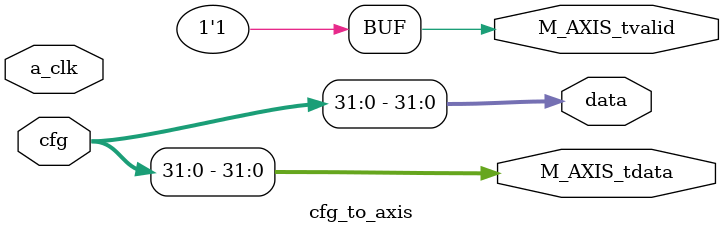
<source format=v>
`timescale 1ns / 1ps


module cfg_to_axis #(
    parameter SRC_ADDR = 0,
    parameter SRC_BITS = 32,
    parameter CFG_WIDTH = 1024,
    parameter DST_WIDTH = 32,
    parameter MAXIS_TDATA_WIDTH = 32
)
(
    input [CFG_WIDTH-1:0] cfg,
    input a_clk,
    (* X_INTERFACE_PARAMETER = "FREQ_HZ 125000000" *)
    output [MAXIS_TDATA_WIDTH-1:0]      M_AXIS_tdata,
    output                              M_AXIS_tvalid,
    output wire [DST_WIDTH-1:0] data
);
    assign M_AXIS_tdata = {
        {(MAXIS_TDATA_WIDTH-DST_WIDTH){cfg[SRC_ADDR*32+SRC_BITS-1]}}, cfg[SRC_ADDR*32+SRC_BITS-1:SRC_ADDR*32+SRC_BITS-DST_WIDTH]
    };
    assign M_AXIS_tvalid = 1;
    assign data = cfg[SRC_ADDR*32+SRC_BITS-1:SRC_ADDR*32+SRC_BITS-DST_WIDTH];

endmodule

</source>
